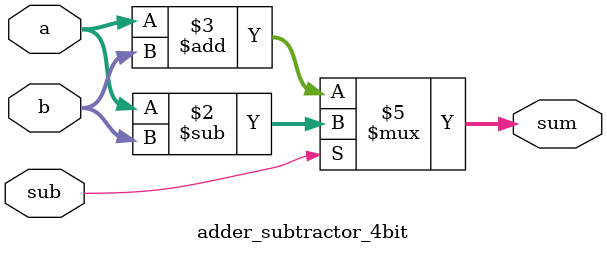
<source format=v>
module adder_subtractor_4bit (
    input [3:0] a,
    input [3:0] b,
    input sub,
    output reg [3:0] sum
);

    always @(*) begin
        if(sub) begin
            sum <= a - b;
        end else begin
            sum <= a + b;
        end
    end

endmodule
</source>
